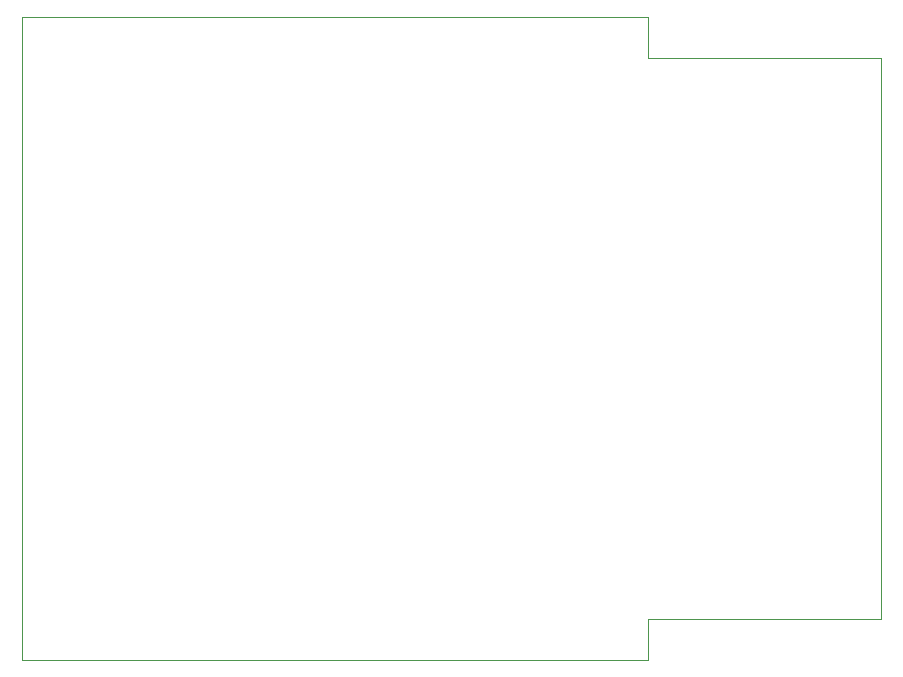
<source format=gm1>
G04 #@! TF.GenerationSoftware,KiCad,Pcbnew,(5.1.5)-3*
G04 #@! TF.CreationDate,2020-09-14T20:13:50+08:00*
G04 #@! TF.ProjectId,WizzardCartRPack,57697a7a-6172-4644-9361-727452506163,rev?*
G04 #@! TF.SameCoordinates,Original*
G04 #@! TF.FileFunction,Profile,NP*
%FSLAX46Y46*%
G04 Gerber Fmt 4.6, Leading zero omitted, Abs format (unit mm)*
G04 Created by KiCad (PCBNEW (5.1.5)-3) date 2020-09-14 20:13:50*
%MOMM*%
%LPD*%
G04 APERTURE LIST*
%ADD10C,0.100000*%
G04 APERTURE END LIST*
D10*
X150500000Y-71500000D02*
X150500000Y-75000000D01*
X97500000Y-71500000D02*
X150500000Y-71500000D01*
X97500000Y-126000000D02*
X97500000Y-71500000D01*
X150500000Y-126000000D02*
X97500000Y-126000000D01*
X150500000Y-122500000D02*
X150500000Y-126000000D01*
X170200000Y-122500000D02*
X150500000Y-122500000D01*
X170200000Y-75000000D02*
X170200000Y-122500000D01*
X150500000Y-75000000D02*
X170200000Y-75000000D01*
M02*

</source>
